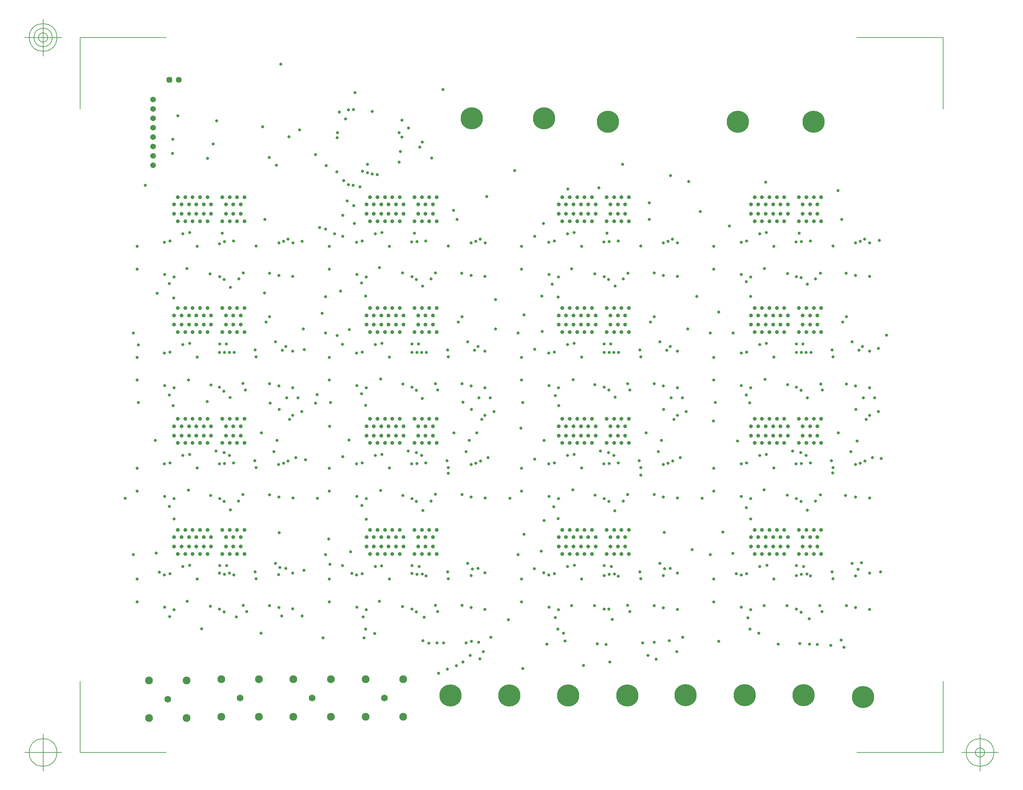
<source format=gbr>
G04 Generated by Ultiboard 13.0 *
%FSLAX34Y34*%
%MOMM*%

%ADD10C,0.0001*%
%ADD11C,0.1270*%
%ADD12C,6.0000*%
%ADD13C,1.0556*%
%ADD14C,0.8000*%
%ADD15R,0.5291X0.5291*%
%ADD16C,0.9949*%
%ADD17C,1.6088*%
%ADD18C,1.5366*%
%ADD19C,2.1168*%
%ADD20C,1.8202*%


G04 ColorRGB 9900CC for the following layer *
%LNSolder Mask Bottom*%
%LPD*%
G54D10*
G54D11*
X-137315Y-815816D02*
X-137315Y-622403D01*
X-137315Y-815816D02*
X96098Y-815816D01*
X2196815Y-815816D02*
X1963402Y-815816D01*
X2196815Y-815816D02*
X2196815Y-622403D01*
X2196815Y1118315D02*
X2196815Y924902D01*
X2196815Y1118315D02*
X1963402Y1118315D01*
X-137315Y1118315D02*
X96098Y1118315D01*
X-137315Y1118315D02*
X-137315Y924902D01*
X-187315Y-815816D02*
X-287315Y-815816D01*
X-237315Y-865816D02*
X-237315Y-765816D01*
X-274815Y-815816D02*
G75*
D01*
G02X-274815Y-815816I37500J0*
G01*
X2246815Y-815816D02*
X2346815Y-815816D01*
X2296815Y-865816D02*
X2296815Y-765816D01*
X2259315Y-815816D02*
G75*
D01*
G02X2259315Y-815816I37500J0*
G01*
X2284315Y-815816D02*
G75*
D01*
G02X2284315Y-815816I12500J0*
G01*
X-187315Y1118315D02*
X-287315Y1118315D01*
X-237315Y1068315D02*
X-237315Y1168315D01*
X-274815Y1118315D02*
G75*
D01*
G02X-274815Y1118315I37500J0*
G01*
X-262315Y1118315D02*
G75*
D01*
G02X-262315Y1118315I25000J0*
G01*
X-249815Y1118315D02*
G75*
D01*
G02X-249815Y1118315I12500J0*
G01*
G54D12*
X1290000Y890000D03*
X921688Y900000D03*
X1642013Y890000D03*
X1846938Y890000D03*
X1117838Y900000D03*
X864276Y-661790D03*
X1023671Y-661790D03*
X1183066Y-661790D03*
X1342460Y-661790D03*
X1500605Y-660540D03*
X1660000Y-660540D03*
X1819395Y-660540D03*
X1980040Y-665460D03*
G54D13*
X137195Y641445D03*
X147195Y621445D03*
X157195Y641445D03*
X167195Y621445D03*
X177195Y641445D03*
X187195Y621445D03*
X197195Y641445D03*
X207195Y621445D03*
X217195Y641445D03*
X267195Y621445D03*
X247195Y621445D03*
X257195Y641445D03*
X287195Y621445D03*
X277195Y641445D03*
X307195Y621445D03*
X297195Y641445D03*
X117195Y666445D03*
X137195Y666445D03*
X157195Y666445D03*
X177195Y666445D03*
X197195Y666445D03*
X217195Y666445D03*
X257195Y666445D03*
X277195Y666445D03*
X297195Y666445D03*
X127195Y686445D03*
X147195Y686445D03*
X167195Y686445D03*
X187195Y686445D03*
X207195Y686445D03*
X247195Y686445D03*
X267195Y686445D03*
X287195Y686445D03*
X307195Y686445D03*
X117195Y641445D03*
X127195Y621445D03*
X137195Y41445D03*
X147195Y21445D03*
X157195Y41445D03*
X167195Y21445D03*
X177195Y41445D03*
X187195Y21445D03*
X197195Y41445D03*
X207195Y21445D03*
X217195Y41445D03*
X267195Y21445D03*
X247195Y21445D03*
X257195Y41445D03*
X287195Y21445D03*
X277195Y41445D03*
X307195Y21445D03*
X297195Y41445D03*
X117195Y66445D03*
X137195Y66445D03*
X157195Y66445D03*
X177195Y66445D03*
X197195Y66445D03*
X217195Y66445D03*
X257195Y66445D03*
X277195Y66445D03*
X297195Y66445D03*
X127195Y86445D03*
X147195Y86445D03*
X167195Y86445D03*
X187195Y86445D03*
X207195Y86445D03*
X247195Y86445D03*
X267195Y86445D03*
X287195Y86445D03*
X307195Y86445D03*
X117195Y41445D03*
X127195Y21445D03*
X137195Y341445D03*
X147195Y321445D03*
X157195Y341445D03*
X167195Y321445D03*
X177195Y341445D03*
X187195Y321445D03*
X197195Y341445D03*
X207195Y321445D03*
X217195Y341445D03*
X267195Y321445D03*
X247195Y321445D03*
X257195Y341445D03*
X287195Y321445D03*
X277195Y341445D03*
X307195Y321445D03*
X297195Y341445D03*
X117195Y366445D03*
X137195Y366445D03*
X157195Y366445D03*
X177195Y366445D03*
X197195Y366445D03*
X217195Y366445D03*
X257195Y366445D03*
X277195Y366445D03*
X297195Y366445D03*
X127195Y386445D03*
X147195Y386445D03*
X167195Y386445D03*
X187195Y386445D03*
X207195Y386445D03*
X247195Y386445D03*
X267195Y386445D03*
X287195Y386445D03*
X307195Y386445D03*
X117195Y341445D03*
X127195Y321445D03*
X137195Y-258555D03*
X147195Y-278555D03*
X157195Y-258555D03*
X167195Y-278555D03*
X177195Y-258555D03*
X187195Y-278555D03*
X197195Y-258555D03*
X207195Y-278555D03*
X217195Y-258555D03*
X267195Y-278555D03*
X247195Y-278555D03*
X257195Y-258555D03*
X287195Y-278555D03*
X277195Y-258555D03*
X307195Y-278555D03*
X297195Y-258555D03*
X117195Y-233555D03*
X137195Y-233555D03*
X157195Y-233555D03*
X177195Y-233555D03*
X197195Y-233555D03*
X217195Y-233555D03*
X257195Y-233555D03*
X277195Y-233555D03*
X297195Y-233555D03*
X127195Y-213555D03*
X147195Y-213555D03*
X167195Y-213555D03*
X187195Y-213555D03*
X207195Y-213555D03*
X247195Y-213555D03*
X267195Y-213555D03*
X287195Y-213555D03*
X307195Y-213555D03*
X117195Y-258555D03*
X127195Y-278555D03*
X657195Y641445D03*
X667195Y621445D03*
X677195Y641445D03*
X687195Y621445D03*
X697195Y641445D03*
X707195Y621445D03*
X717195Y641445D03*
X727195Y621445D03*
X737195Y641445D03*
X787195Y621445D03*
X767195Y621445D03*
X777195Y641445D03*
X807195Y621445D03*
X797195Y641445D03*
X827195Y621445D03*
X817195Y641445D03*
X637195Y666445D03*
X657195Y666445D03*
X677195Y666445D03*
X697195Y666445D03*
X717195Y666445D03*
X737195Y666445D03*
X777195Y666445D03*
X797195Y666445D03*
X817195Y666445D03*
X647195Y686445D03*
X667195Y686445D03*
X687195Y686445D03*
X707195Y686445D03*
X727195Y686445D03*
X767195Y686445D03*
X787195Y686445D03*
X807195Y686445D03*
X827195Y686445D03*
X637195Y641445D03*
X647195Y621445D03*
X657195Y341445D03*
X667195Y321445D03*
X677195Y341445D03*
X687195Y321445D03*
X697195Y341445D03*
X707195Y321445D03*
X717195Y341445D03*
X727195Y321445D03*
X737195Y341445D03*
X787195Y321445D03*
X767195Y321445D03*
X777195Y341445D03*
X807195Y321445D03*
X797195Y341445D03*
X827195Y321445D03*
X817195Y341445D03*
X637195Y366445D03*
X657195Y366445D03*
X677195Y366445D03*
X697195Y366445D03*
X717195Y366445D03*
X737195Y366445D03*
X777195Y366445D03*
X797195Y366445D03*
X817195Y366445D03*
X647195Y386445D03*
X667195Y386445D03*
X687195Y386445D03*
X707195Y386445D03*
X727195Y386445D03*
X767195Y386445D03*
X787195Y386445D03*
X807195Y386445D03*
X827195Y386445D03*
X637195Y341445D03*
X647195Y321445D03*
X657195Y41445D03*
X667195Y21445D03*
X677195Y41445D03*
X687195Y21445D03*
X697195Y41445D03*
X707195Y21445D03*
X717195Y41445D03*
X727195Y21445D03*
X737195Y41445D03*
X787195Y21445D03*
X767195Y21445D03*
X777195Y41445D03*
X807195Y21445D03*
X797195Y41445D03*
X827195Y21445D03*
X817195Y41445D03*
X637195Y66445D03*
X657195Y66445D03*
X677195Y66445D03*
X697195Y66445D03*
X717195Y66445D03*
X737195Y66445D03*
X777195Y66445D03*
X797195Y66445D03*
X817195Y66445D03*
X647195Y86445D03*
X667195Y86445D03*
X687195Y86445D03*
X707195Y86445D03*
X727195Y86445D03*
X767195Y86445D03*
X787195Y86445D03*
X807195Y86445D03*
X827195Y86445D03*
X637195Y41445D03*
X647195Y21445D03*
X657195Y-258555D03*
X667195Y-278555D03*
X677195Y-258555D03*
X687195Y-278555D03*
X697195Y-258555D03*
X707195Y-278555D03*
X717195Y-258555D03*
X727195Y-278555D03*
X737195Y-258555D03*
X787195Y-278555D03*
X767195Y-278555D03*
X777195Y-258555D03*
X807195Y-278555D03*
X797195Y-258555D03*
X827195Y-278555D03*
X817195Y-258555D03*
X637195Y-233555D03*
X657195Y-233555D03*
X677195Y-233555D03*
X697195Y-233555D03*
X717195Y-233555D03*
X737195Y-233555D03*
X777195Y-233555D03*
X797195Y-233555D03*
X817195Y-233555D03*
X647195Y-213555D03*
X667195Y-213555D03*
X687195Y-213555D03*
X707195Y-213555D03*
X727195Y-213555D03*
X767195Y-213555D03*
X787195Y-213555D03*
X807195Y-213555D03*
X827195Y-213555D03*
X637195Y-258555D03*
X647195Y-278555D03*
X1177195Y341445D03*
X1187195Y321445D03*
X1197195Y341445D03*
X1207195Y321445D03*
X1217195Y341445D03*
X1227195Y321445D03*
X1237195Y341445D03*
X1247195Y321445D03*
X1257195Y341445D03*
X1307195Y321445D03*
X1287195Y321445D03*
X1297195Y341445D03*
X1327195Y321445D03*
X1317195Y341445D03*
X1347195Y321445D03*
X1337195Y341445D03*
X1157195Y366445D03*
X1177195Y366445D03*
X1197195Y366445D03*
X1217195Y366445D03*
X1237195Y366445D03*
X1257195Y366445D03*
X1297195Y366445D03*
X1317195Y366445D03*
X1337195Y366445D03*
X1167195Y386445D03*
X1187195Y386445D03*
X1207195Y386445D03*
X1227195Y386445D03*
X1247195Y386445D03*
X1287195Y386445D03*
X1307195Y386445D03*
X1327195Y386445D03*
X1347195Y386445D03*
X1157195Y341445D03*
X1167195Y321445D03*
X1177195Y41445D03*
X1187195Y21445D03*
X1197195Y41445D03*
X1207195Y21445D03*
X1217195Y41445D03*
X1227195Y21445D03*
X1237195Y41445D03*
X1247195Y21445D03*
X1257195Y41445D03*
X1307195Y21445D03*
X1287195Y21445D03*
X1297195Y41445D03*
X1327195Y21445D03*
X1317195Y41445D03*
X1347195Y21445D03*
X1337195Y41445D03*
X1157195Y66445D03*
X1177195Y66445D03*
X1197195Y66445D03*
X1217195Y66445D03*
X1237195Y66445D03*
X1257195Y66445D03*
X1297195Y66445D03*
X1317195Y66445D03*
X1337195Y66445D03*
X1167195Y86445D03*
X1187195Y86445D03*
X1207195Y86445D03*
X1227195Y86445D03*
X1247195Y86445D03*
X1287195Y86445D03*
X1307195Y86445D03*
X1327195Y86445D03*
X1347195Y86445D03*
X1157195Y41445D03*
X1167195Y21445D03*
X1177195Y-258555D03*
X1187195Y-278555D03*
X1197195Y-258555D03*
X1207195Y-278555D03*
X1217195Y-258555D03*
X1227195Y-278555D03*
X1237195Y-258555D03*
X1247195Y-278555D03*
X1257195Y-258555D03*
X1307195Y-278555D03*
X1287195Y-278555D03*
X1297195Y-258555D03*
X1327195Y-278555D03*
X1317195Y-258555D03*
X1347195Y-278555D03*
X1337195Y-258555D03*
X1157195Y-233555D03*
X1177195Y-233555D03*
X1197195Y-233555D03*
X1217195Y-233555D03*
X1237195Y-233555D03*
X1257195Y-233555D03*
X1297195Y-233555D03*
X1317195Y-233555D03*
X1337195Y-233555D03*
X1167195Y-213555D03*
X1187195Y-213555D03*
X1207195Y-213555D03*
X1227195Y-213555D03*
X1247195Y-213555D03*
X1287195Y-213555D03*
X1307195Y-213555D03*
X1327195Y-213555D03*
X1347195Y-213555D03*
X1157195Y-258555D03*
X1167195Y-278555D03*
X1177195Y641445D03*
X1187195Y621445D03*
X1197195Y641445D03*
X1207195Y621445D03*
X1217195Y641445D03*
X1227195Y621445D03*
X1237195Y641445D03*
X1247195Y621445D03*
X1257195Y641445D03*
X1307195Y621445D03*
X1287195Y621445D03*
X1297195Y641445D03*
X1327195Y621445D03*
X1317195Y641445D03*
X1347195Y621445D03*
X1337195Y641445D03*
X1157195Y666445D03*
X1177195Y666445D03*
X1197195Y666445D03*
X1217195Y666445D03*
X1237195Y666445D03*
X1257195Y666445D03*
X1297195Y666445D03*
X1317195Y666445D03*
X1337195Y666445D03*
X1167195Y686445D03*
X1187195Y686445D03*
X1207195Y686445D03*
X1227195Y686445D03*
X1247195Y686445D03*
X1287195Y686445D03*
X1307195Y686445D03*
X1327195Y686445D03*
X1347195Y686445D03*
X1157195Y641445D03*
X1167195Y621445D03*
X1697195Y341445D03*
X1707195Y321445D03*
X1717195Y341445D03*
X1727195Y321445D03*
X1737195Y341445D03*
X1747195Y321445D03*
X1757195Y341445D03*
X1767195Y321445D03*
X1777195Y341445D03*
X1827195Y321445D03*
X1807195Y321445D03*
X1817195Y341445D03*
X1847195Y321445D03*
X1837195Y341445D03*
X1867195Y321445D03*
X1857195Y341445D03*
X1677195Y366445D03*
X1697195Y366445D03*
X1717195Y366445D03*
X1737195Y366445D03*
X1757195Y366445D03*
X1777195Y366445D03*
X1817195Y366445D03*
X1837195Y366445D03*
X1857195Y366445D03*
X1687195Y386445D03*
X1707195Y386445D03*
X1727195Y386445D03*
X1747195Y386445D03*
X1767195Y386445D03*
X1807195Y386445D03*
X1827195Y386445D03*
X1847195Y386445D03*
X1867195Y386445D03*
X1677195Y341445D03*
X1687195Y321445D03*
X1697195Y41445D03*
X1707195Y21445D03*
X1717195Y41445D03*
X1727195Y21445D03*
X1737195Y41445D03*
X1747195Y21445D03*
X1757195Y41445D03*
X1767195Y21445D03*
X1777195Y41445D03*
X1827195Y21445D03*
X1807195Y21445D03*
X1817195Y41445D03*
X1847195Y21445D03*
X1837195Y41445D03*
X1867195Y21445D03*
X1857195Y41445D03*
X1677195Y66445D03*
X1697195Y66445D03*
X1717195Y66445D03*
X1737195Y66445D03*
X1757195Y66445D03*
X1777195Y66445D03*
X1817195Y66445D03*
X1837195Y66445D03*
X1857195Y66445D03*
X1687195Y86445D03*
X1707195Y86445D03*
X1727195Y86445D03*
X1747195Y86445D03*
X1767195Y86445D03*
X1807195Y86445D03*
X1827195Y86445D03*
X1847195Y86445D03*
X1867195Y86445D03*
X1677195Y41445D03*
X1687195Y21445D03*
X1697195Y-258555D03*
X1707195Y-278555D03*
X1717195Y-258555D03*
X1727195Y-278555D03*
X1737195Y-258555D03*
X1747195Y-278555D03*
X1757195Y-258555D03*
X1767195Y-278555D03*
X1777195Y-258555D03*
X1827195Y-278555D03*
X1807195Y-278555D03*
X1817195Y-258555D03*
X1847195Y-278555D03*
X1837195Y-258555D03*
X1867195Y-278555D03*
X1857195Y-258555D03*
X1677195Y-233555D03*
X1697195Y-233555D03*
X1717195Y-233555D03*
X1737195Y-233555D03*
X1757195Y-233555D03*
X1777195Y-233555D03*
X1817195Y-233555D03*
X1837195Y-233555D03*
X1857195Y-233555D03*
X1687195Y-213555D03*
X1707195Y-213555D03*
X1727195Y-213555D03*
X1747195Y-213555D03*
X1767195Y-213555D03*
X1807195Y-213555D03*
X1827195Y-213555D03*
X1847195Y-213555D03*
X1867195Y-213555D03*
X1677195Y-258555D03*
X1687195Y-278555D03*
X1697195Y641445D03*
X1707195Y621445D03*
X1717195Y641445D03*
X1727195Y621445D03*
X1737195Y641445D03*
X1747195Y621445D03*
X1757195Y641445D03*
X1767195Y621445D03*
X1777195Y641445D03*
X1827195Y621445D03*
X1807195Y621445D03*
X1817195Y641445D03*
X1847195Y621445D03*
X1837195Y641445D03*
X1867195Y621445D03*
X1857195Y641445D03*
X1677195Y666445D03*
X1697195Y666445D03*
X1717195Y666445D03*
X1737195Y666445D03*
X1757195Y666445D03*
X1777195Y666445D03*
X1817195Y666445D03*
X1837195Y666445D03*
X1857195Y666445D03*
X1687195Y686445D03*
X1707195Y686445D03*
X1727195Y686445D03*
X1747195Y686445D03*
X1767195Y686445D03*
X1807195Y686445D03*
X1827195Y686445D03*
X1847195Y686445D03*
X1867195Y686445D03*
X1677195Y641445D03*
X1687195Y621445D03*
G54D14*
X39000Y718500D03*
X113000Y804500D03*
X127000Y906000D03*
X232000Y892500D03*
X666000Y747000D03*
X374000Y794000D03*
X116500Y-429500D03*
X240000Y-428000D03*
X400500Y-424000D03*
X105500Y-332500D03*
X141000Y-312500D03*
X419000Y-317500D03*
X438000Y-330500D03*
X240500Y-310500D03*
X391000Y-304500D03*
X7000Y-281000D03*
X-15000Y-128500D03*
X116500Y-129500D03*
X105500Y-32500D03*
X239500Y-35000D03*
X278000Y-32500D03*
X141000Y-12500D03*
X266500Y-12500D03*
X335041Y-27000D03*
X446000Y-18500D03*
X230000Y-500D03*
X252000Y-5000D03*
X387000Y-2500D03*
X395500Y28500D03*
X353500Y49000D03*
X429000Y85000D03*
X438000Y96500D03*
X462000Y106000D03*
X401000Y112500D03*
X421500Y143500D03*
X116500Y170500D03*
X240000Y172000D03*
X400500Y176000D03*
X438000Y171000D03*
X105500Y267500D03*
X266500Y266000D03*
X279500Y266500D03*
X141000Y287500D03*
X419000Y282500D03*
X438000Y269500D03*
X240500Y289500D03*
X391000Y295500D03*
X7000Y319000D03*
X375500Y363000D03*
X292000Y465500D03*
X116500Y470500D03*
X400500Y475000D03*
X438000Y472000D03*
X105500Y567500D03*
X278000Y567500D03*
X400500Y563000D03*
X438500Y563000D03*
X141000Y587500D03*
X425000Y573000D03*
X247500Y589000D03*
X636500Y-429500D03*
X920500Y-424000D03*
X958000Y-429000D03*
X536695Y-347055D03*
X625500Y-332500D03*
X773500Y-334000D03*
X661000Y-312500D03*
X939000Y-317500D03*
X760500Y-310500D03*
X911000Y-304500D03*
X527000Y-281000D03*
X505000Y-128500D03*
X636500Y-129500D03*
X536695Y-47055D03*
X625500Y-32500D03*
X759500Y-35000D03*
X773500Y-34000D03*
X798000Y-32500D03*
X933000Y-33000D03*
X661000Y-12500D03*
X786500Y-12500D03*
X855041Y-27000D03*
X966000Y-18500D03*
X750000Y-500D03*
X772000Y-5000D03*
X907000Y-2500D03*
X915500Y28500D03*
X873500Y49000D03*
X949000Y85000D03*
X958000Y96500D03*
X982000Y106000D03*
X921000Y112500D03*
X941500Y143500D03*
X636500Y170500D03*
X760000Y172000D03*
X920500Y176000D03*
X958000Y171000D03*
X536695Y252945D03*
X625500Y267500D03*
X773500Y266000D03*
X786500Y266000D03*
X799500Y266500D03*
X661000Y287500D03*
X939000Y282500D03*
X929500Y272500D03*
X958000Y269500D03*
X760500Y289500D03*
X911000Y295500D03*
X527000Y319000D03*
X885500Y348500D03*
X895500Y363000D03*
X812000Y465500D03*
X636500Y470500D03*
X920500Y475000D03*
X958000Y472000D03*
X536695Y552945D03*
X625500Y567500D03*
X759500Y565000D03*
X773500Y566000D03*
X798000Y567500D03*
X920500Y563000D03*
X933000Y567000D03*
X958500Y563000D03*
X661000Y587500D03*
X945000Y573000D03*
X767500Y589000D03*
X882500Y626000D03*
X1676500Y-429500D03*
X1800000Y-428000D03*
X1960500Y-424000D03*
X1998000Y-429000D03*
X1576695Y-347055D03*
X1665500Y-332500D03*
X1813500Y-334000D03*
X1828500Y-333500D03*
X1701000Y-312500D03*
X1998000Y-330500D03*
X1800500Y-310500D03*
X1951000Y-304500D03*
X1567000Y-281000D03*
X1545000Y-128500D03*
X1676500Y-129500D03*
X1576695Y-47055D03*
X1665500Y-32500D03*
X1799500Y-35000D03*
X1813500Y-34000D03*
X1838000Y-32500D03*
X1973000Y-33000D03*
X1701000Y-12500D03*
X1826500Y-12500D03*
X1895041Y-27000D03*
X2006000Y-18500D03*
X1790000Y-500D03*
X1812000Y-5000D03*
X1947000Y-2500D03*
X1913500Y49000D03*
X1989000Y85000D03*
X1998000Y96500D03*
X2022000Y106000D03*
X1961000Y112500D03*
X1981500Y143500D03*
X1676500Y170500D03*
X1800000Y172000D03*
X1960500Y176000D03*
X1998000Y171000D03*
X1576695Y252945D03*
X1665500Y267500D03*
X1813500Y266000D03*
X1826500Y266000D03*
X1839500Y266500D03*
X1701000Y287500D03*
X1979000Y282500D03*
X1969500Y272500D03*
X1998000Y269500D03*
X1800500Y289500D03*
X1951000Y295500D03*
X1567000Y319000D03*
X1925500Y348500D03*
X1935500Y363000D03*
X1852000Y465500D03*
X1676500Y470500D03*
X1960500Y475000D03*
X1998000Y472000D03*
X1576695Y552945D03*
X1665500Y567500D03*
X1799500Y565000D03*
X1813500Y566000D03*
X1838000Y567500D03*
X1960500Y563000D03*
X1973000Y567000D03*
X1998500Y563000D03*
X1701000Y587500D03*
X1985000Y573000D03*
X1807500Y589000D03*
X1922500Y626000D03*
X1156500Y-429500D03*
X1280000Y-428000D03*
X1478000Y-429000D03*
X1056695Y-347055D03*
X1145500Y-332500D03*
X1293500Y-334000D03*
X1308500Y-333500D03*
X1181000Y-312500D03*
X1459000Y-317500D03*
X1478000Y-330500D03*
X1280500Y-310500D03*
X1431000Y-304500D03*
X1047000Y-281000D03*
X1025000Y-128500D03*
X1156500Y-129500D03*
X1056695Y-47055D03*
X1145500Y-32500D03*
X1279500Y-35000D03*
X1293500Y-34000D03*
X1318000Y-32500D03*
X1453000Y-33000D03*
X1181000Y-12500D03*
X1306500Y-12500D03*
X1375041Y-27000D03*
X1486000Y-18500D03*
X1270000Y-500D03*
X1292000Y-5000D03*
X1427000Y-2500D03*
X1435500Y28500D03*
X1393500Y49000D03*
X1469000Y85000D03*
X1478000Y96500D03*
X1502000Y106000D03*
X1441000Y112500D03*
X1461500Y143500D03*
X1156500Y170500D03*
X1280000Y172000D03*
X1440500Y176000D03*
X1478000Y171000D03*
X1056695Y252945D03*
X1145500Y267500D03*
X1293500Y266000D03*
X1306500Y266000D03*
X1319500Y266500D03*
X1181000Y287500D03*
X1459000Y282500D03*
X1449500Y272500D03*
X1478000Y269500D03*
X1280500Y289500D03*
X1431000Y295500D03*
X1047000Y319000D03*
X1405500Y348500D03*
X1415500Y363000D03*
X1332000Y465500D03*
X1156500Y470500D03*
X1440500Y475000D03*
X1478000Y472000D03*
X1056695Y552945D03*
X1145500Y567500D03*
X1279500Y565000D03*
X1293500Y566000D03*
X1318000Y567500D03*
X1440500Y563000D03*
X1453000Y567000D03*
X1478500Y563000D03*
X1181000Y587500D03*
X1465000Y573000D03*
X1287500Y589000D03*
X1402500Y626000D03*
X1675000Y-482000D03*
X1154500Y-482000D03*
X659500Y-494000D03*
X352500Y-493000D03*
X631000Y-505500D03*
X973500Y-504500D03*
X266500Y-331000D03*
X408500Y-447000D03*
X463500Y-447000D03*
X438000Y-427000D03*
X790000Y-513500D03*
X760000Y-428000D03*
X856000Y-590500D03*
X806000Y-520000D03*
X880500Y-581000D03*
X828500Y-519500D03*
X16695Y-347055D03*
X253500Y-334000D03*
X16695Y-47055D03*
X253500Y-34000D03*
X413000Y-33000D03*
X16695Y252945D03*
X253500Y266000D03*
X409500Y272500D03*
X365500Y348500D03*
X16695Y552945D03*
X253500Y566000D03*
X413000Y567000D03*
X362500Y626000D03*
X403000Y-315000D03*
X788500Y-333500D03*
X898000Y-571000D03*
X845500Y-519500D03*
X924000Y-320000D03*
X918000Y-553500D03*
X906500Y-519500D03*
X944500Y-563000D03*
X921000Y-515500D03*
X953000Y-543500D03*
X940500Y-517500D03*
X832000Y-601500D03*
X1966500Y-320500D03*
X1751000Y-523000D03*
X1477000Y-543500D03*
X1456500Y-513500D03*
X1415500Y-518000D03*
X1398500Y-553500D03*
X1384000Y-519500D03*
X1295500Y-571000D03*
X1285000Y-523500D03*
X1224000Y-580500D03*
X1261500Y-522000D03*
X1174500Y-514500D03*
X1060000Y-588500D03*
X427500Y849500D03*
X1182000Y708500D03*
X1459500Y744500D03*
X1330500Y775500D03*
X1509000Y728500D03*
X1717000Y727000D03*
X602000Y923000D03*
X2028000Y-327500D03*
X1864000Y-418500D03*
X2029500Y-21000D03*
X733000Y894500D03*
X2021500Y277000D03*
X788000Y835500D03*
X2024500Y569500D03*
X1712500Y-418500D03*
X1192000Y-419000D03*
X1344000Y-418000D03*
X1344000Y-118000D03*
X1344000Y182000D03*
X823500Y481000D03*
X824000Y182000D03*
X824000Y-117500D03*
X824000Y-417500D03*
X304000Y481000D03*
X303500Y182500D03*
X303500Y-118500D03*
X304000Y-418000D03*
X1713000Y-105500D03*
X1775500Y-119500D03*
X1776500Y179500D03*
X1715500Y193500D03*
X1776500Y479500D03*
X1714000Y493500D03*
X1255500Y-119500D03*
X1195500Y-105500D03*
X1255000Y179000D03*
X1196000Y193000D03*
X1255000Y478500D03*
X1192500Y492500D03*
X735000Y481500D03*
X672500Y495500D03*
X736000Y180500D03*
X675500Y194500D03*
X735500Y-121000D03*
X675500Y-107000D03*
X735000Y-421000D03*
X672500Y-407000D03*
X215000Y-420500D03*
X152500Y-406500D03*
X216000Y-120500D03*
X155500Y-106500D03*
X216500Y178000D03*
X155500Y192000D03*
X214000Y479000D03*
X151500Y493000D03*
X781500Y822000D03*
X1092500Y580500D03*
X751000Y873500D03*
X1092500Y275000D03*
X640000Y752500D03*
X588500Y922500D03*
X564000Y916500D03*
X1092500Y-22000D03*
X581000Y898000D03*
X1091500Y-318500D03*
X559000Y860500D03*
X725500Y860500D03*
X729000Y809500D03*
X652500Y748500D03*
X588500Y720000D03*
X573500Y580500D03*
X575500Y731000D03*
X526500Y417000D03*
X504000Y152000D03*
X573500Y-15500D03*
X499500Y801500D03*
X500000Y129000D03*
X572500Y-310500D03*
X1344500Y480500D03*
X1865000Y480500D03*
X1935000Y480500D03*
X1866000Y181000D03*
X1865500Y-119000D03*
X1933000Y-121000D03*
X733500Y848500D03*
X726000Y781000D03*
X601000Y718000D03*
X585000Y676000D03*
X463500Y567000D03*
X602500Y663000D03*
X469000Y273500D03*
X510500Y604000D03*
X472500Y-24500D03*
X558000Y847500D03*
X528000Y771500D03*
X527000Y600000D03*
X468000Y-323000D03*
X1809500Y-521000D03*
X1856500Y-523500D03*
X1836000Y-523000D03*
X1921000Y-511500D03*
X1929000Y-531500D03*
X520000Y-505500D03*
X1964000Y26500D03*
X1976500Y-303000D03*
X239500Y560500D03*
X1125500Y-523000D03*
X1830000Y450500D03*
X1310000Y445500D03*
X269000Y442500D03*
X788500Y142000D03*
X1310000Y145000D03*
X1830000Y143500D03*
X269000Y-159500D03*
X790000Y-161000D03*
X1309000Y-162000D03*
X1830000Y-160000D03*
X1834500Y-454000D03*
X1668500Y-452000D03*
X1302000Y-456000D03*
X1148500Y-451000D03*
X793000Y-450000D03*
X628500Y-449000D03*
X105000Y-448500D03*
X1676500Y-184500D03*
X1674000Y130000D03*
X1157500Y122000D03*
X114000Y122000D03*
X1156000Y-183500D03*
X116000Y414000D03*
X635000Y418500D03*
X1156000Y416000D03*
X1676500Y417500D03*
X573500Y637500D03*
X456500Y868250D03*
X1540000Y647500D03*
X1038500Y758500D03*
X1118000Y28000D03*
X1055000Y61500D03*
X1117500Y-188000D03*
X1110000Y-271500D03*
X1063500Y-226000D03*
X535500Y-238000D03*
X537500Y66500D03*
X206500Y133500D03*
X376500Y129000D03*
X898000Y132000D03*
X936000Y49000D03*
X401000Y-221000D03*
X986500Y409000D03*
X1063500Y368000D03*
X1111500Y419000D03*
X517500Y372500D03*
X567000Y432000D03*
X362000Y427500D03*
X71500Y426000D03*
X1531000Y417500D03*
X1590500Y375500D03*
X1576000Y81000D03*
X1601000Y-220000D03*
X1590500Y-515500D03*
X1442500Y-220500D03*
X1518000Y-267000D03*
X20000Y287000D03*
X66000Y28000D03*
X68500Y-276500D03*
X594500Y-273000D03*
X538500Y-307000D03*
X590500Y29000D03*
X591000Y328000D03*
X558000Y312000D03*
X604500Y615000D03*
X551500Y587000D03*
X1116000Y615500D03*
X1112500Y323000D03*
X1628500Y-277000D03*
X1640500Y27000D03*
X1629000Y319000D03*
X1619000Y608500D03*
X557000Y755000D03*
X113500Y842500D03*
X1265500Y712000D03*
X606000Y969000D03*
X1913000Y704000D03*
X653000Y918000D03*
X394000Y772500D03*
X873000Y651000D03*
X1465500Y-27146D03*
X1985500Y-27146D03*
X945500Y-27146D03*
X425500Y-27146D03*
X1170500Y-493500D03*
X1698500Y-493500D03*
X678500Y-311000D03*
X1199500Y-309750D03*
X1720793Y-309707D03*
X159500Y-309750D03*
X679000Y-9500D03*
X1199000Y-9500D03*
X1719000Y-9500D03*
X159000Y-9500D03*
X679000Y290500D03*
X1199000Y290500D03*
X159000Y290500D03*
X1719000Y290500D03*
X679000Y590500D03*
X1199000Y590500D03*
X159000Y590500D03*
X1719000Y590500D03*
X16695Y491445D03*
X91195Y476945D03*
X104075Y452500D03*
X252500Y463468D03*
X1056695Y491445D03*
X16695Y191445D03*
X1576695Y491445D03*
X536695Y491445D03*
X1131195Y476945D03*
X91195Y176945D03*
X1139500Y451000D03*
X104000Y151000D03*
X1651195Y476945D03*
X611195Y476945D03*
X1664500Y458000D03*
X624000Y454500D03*
X1292295Y463205D03*
X251500Y161500D03*
X268500Y144500D03*
X1813000Y468500D03*
X772500Y463860D03*
X1056695Y191445D03*
X789000Y446000D03*
X16695Y-108555D03*
X1576695Y191445D03*
X536695Y191445D03*
X1131195Y176945D03*
X91195Y-123055D03*
X1148500Y149500D03*
X1651195Y176945D03*
X611195Y176945D03*
X104500Y-150000D03*
X1664500Y151500D03*
X623750Y154500D03*
X1293000Y164390D03*
X252000Y-136709D03*
X1813000Y163890D03*
X772500Y163468D03*
X1056695Y-108555D03*
X16695Y-408555D03*
X1576695Y-108555D03*
X536695Y-108555D03*
X1131195Y-123055D03*
X91195Y-423055D03*
X1144250Y-151000D03*
X1651195Y-123055D03*
X611195Y-123055D03*
X1664500Y-154000D03*
X624500Y-148000D03*
X1292780Y-136310D03*
X252000Y-436000D03*
X1812780Y-136310D03*
X772500Y-137000D03*
X285500Y-449000D03*
X1056695Y-408555D03*
X1576695Y-408555D03*
X536695Y-408555D03*
X1131195Y-423055D03*
X1651195Y-423055D03*
X611195Y-423055D03*
X1293000Y-428110D03*
X1812545Y-436545D03*
X772000Y-436000D03*
X222500Y830500D03*
X627000Y756500D03*
X207500Y791500D03*
X356500Y877000D03*
X640000Y775000D03*
X405500Y1046500D03*
X844000Y977500D03*
X813500Y792000D03*
X90695Y564695D03*
X962500Y688000D03*
X1402500Y670890D03*
X339000Y554500D03*
X610695Y564695D03*
X1130695Y564695D03*
X1650695Y564695D03*
X90695Y264695D03*
X859000Y554500D03*
X1379000Y554500D03*
X179500Y553500D03*
X339000Y254500D03*
X610695Y264695D03*
X1899000Y554500D03*
X699500Y553500D03*
X1650695Y264695D03*
X1219500Y553500D03*
X1130695Y264695D03*
X452000Y143500D03*
X859000Y254500D03*
X1379000Y254500D03*
X90695Y-35305D03*
X179500Y253500D03*
X1739500Y553500D03*
X339000Y-45500D03*
X972000Y143500D03*
X1899000Y254500D03*
X1492000Y143500D03*
X610695Y-35305D03*
X699500Y253500D03*
X1219500Y253500D03*
X859000Y-45500D03*
X2012000Y143500D03*
X1650695Y-35305D03*
X1379000Y-45500D03*
X179500Y-46500D03*
X339000Y-345500D03*
X1130695Y-35305D03*
X859000Y-60500D03*
X1379500Y-65500D03*
X1739500Y253500D03*
X90695Y-335305D03*
X1899000Y-45500D03*
X1898500Y-59750D03*
X699500Y-46500D03*
X1219500Y-46500D03*
X179500Y-346500D03*
X610695Y-335305D03*
X1444000Y-319000D03*
X859000Y-345500D03*
X1739500Y-46500D03*
X1650695Y-335305D03*
X1379000Y-345500D03*
X1130695Y-335305D03*
X1899000Y-345500D03*
X699500Y-346500D03*
X1219500Y-346500D03*
X1739500Y-346500D03*
X191500Y-481500D03*
X635000Y-482000D03*
X77500Y-328250D03*
X1637500Y-332000D03*
X1117000Y-330000D03*
X597500Y-331097D03*
X620000Y714500D03*
X375000Y182000D03*
X572500Y288500D03*
X895500Y181500D03*
X1415500Y181500D03*
X1935500Y180500D03*
X375000Y-119000D03*
X895500Y-118000D03*
X1415500Y-118500D03*
X375500Y-418500D03*
X895500Y-418000D03*
X1254000Y-419000D03*
X1415500Y-418500D03*
X1935500Y-419000D03*
X1774500Y-418500D03*
X1493000Y-504500D03*
X1021000Y-457000D03*
X1580500Y130500D03*
X1060500Y130500D03*
X636500Y-185000D03*
X540500Y130500D03*
X116500Y-184000D03*
X635000Y123500D03*
X20500Y130500D03*
X1280500Y-129000D03*
X760500Y-129000D03*
X240500Y-129000D03*
X1800500Y-129000D03*
X1280500Y471000D03*
X760500Y471000D03*
X240500Y471000D03*
X1800500Y471000D03*
X240000Y-331000D03*
X1800000Y-337000D03*
X760000Y-331500D03*
X1280000Y-337250D03*
X240000Y266000D03*
X1800000Y266000D03*
X1280000Y266000D03*
X760000Y266000D03*
X1838500Y-338500D03*
X1318500Y-339000D03*
X278500Y-335500D03*
X1819500Y-312500D03*
X798500Y-338000D03*
X259500Y-310500D03*
X1299500Y-312500D03*
X779500Y-312500D03*
X1818000Y289500D03*
X258000Y289500D03*
X1298000Y289500D03*
X778000Y289500D03*
X313500Y-435000D03*
X1869905Y-434500D03*
X829905Y-434500D03*
X336500Y-327000D03*
X1896500Y-327000D03*
X1349905Y-434500D03*
X856500Y-327000D03*
X291707Y-135500D03*
X1851707Y-135500D03*
X1376500Y-327000D03*
X811707Y-135500D03*
X1331707Y-135500D03*
X310000Y165000D03*
X1870000Y165000D03*
X830000Y165000D03*
X336500Y273000D03*
X1896500Y273000D03*
X1350000Y165000D03*
X856500Y273000D03*
X1376500Y273000D03*
X1421000Y-563500D03*
X1440500Y-425000D03*
X400500Y-125250D03*
X920500Y-125250D03*
X1440500Y-125250D03*
X1960500Y-125250D03*
X1893500Y-526500D03*
X920500Y-337000D03*
X1960500Y-338500D03*
X1440323Y-337177D03*
X400000Y-335000D03*
X920000Y-36750D03*
X1960000Y-36750D03*
X1440000Y-36750D03*
X400000Y-36750D03*
X986500Y330000D03*
X2043500Y312500D03*
X1506500Y330000D03*
X466500Y330000D03*
X957823Y-330177D03*
X1998500Y-127750D03*
X1478500Y-127750D03*
X958500Y-127750D03*
X438500Y-127750D03*
X375500Y480500D03*
X895000Y480500D03*
X1415500Y481000D03*
G54D15*
X104000Y1004000D03*
G54D16*
X101355Y1001355D02*
X106645Y1001355D01*
X106645Y1006645D01*
X101355Y1006645D01*
X101355Y1001355D01*D02*
G54D17*
X129400Y1004000D03*
G54D18*
X60000Y950000D03*
X60000Y924600D03*
X60000Y899200D03*
X60000Y873800D03*
X60000Y848400D03*
X60000Y823000D03*
X60000Y797600D03*
X60000Y772200D03*
G54D19*
X244465Y-617490D03*
X244465Y-719090D03*
X346065Y-617490D03*
X346065Y-719090D03*
X439690Y-617490D03*
X439690Y-719090D03*
X541290Y-617490D03*
X541290Y-719090D03*
X634916Y-617490D03*
X634916Y-719090D03*
X736516Y-617490D03*
X736516Y-719090D03*
X49240Y-621160D03*
X49240Y-722760D03*
X150840Y-621160D03*
X150840Y-722760D03*
G54D20*
X295265Y-668290D03*
X490490Y-668290D03*
X685716Y-668290D03*
X100040Y-671960D03*

M02*

</source>
